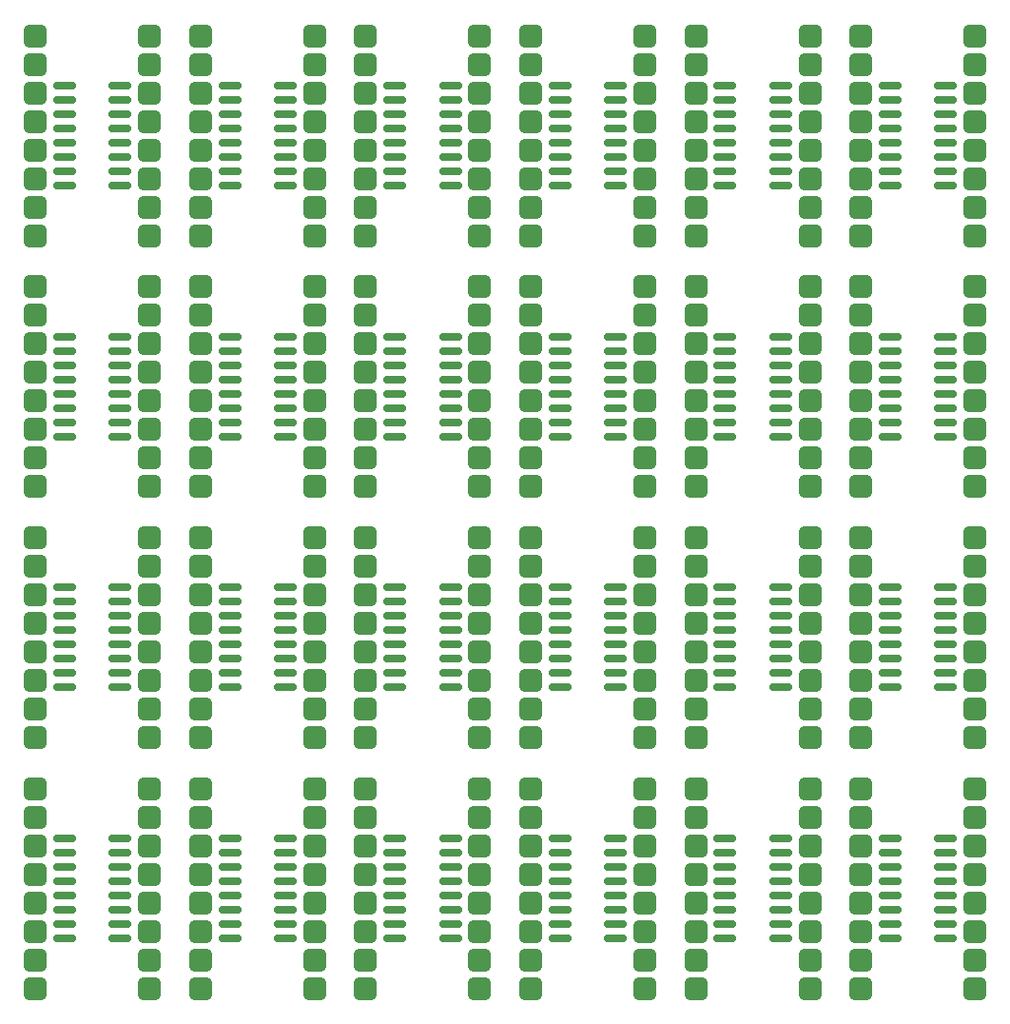
<source format=gbr>
%TF.GenerationSoftware,KiCad,Pcbnew,7.0.10-7.0.10~ubuntu22.04.1*%
%TF.CreationDate,2024-02-06T07:03:25+01:00*%
%TF.ProjectId,ManhattanPanels-SOIC16,4d616e68-6174-4746-916e-50616e656c73,rev?*%
%TF.SameCoordinates,Original*%
%TF.FileFunction,Paste,Top*%
%TF.FilePolarity,Positive*%
%FSLAX46Y46*%
G04 Gerber Fmt 4.6, Leading zero omitted, Abs format (unit mm)*
G04 Created by KiCad (PCBNEW 7.0.10-7.0.10~ubuntu22.04.1) date 2024-02-06 07:03:25*
%MOMM*%
%LPD*%
G01*
G04 APERTURE LIST*
G04 Aperture macros list*
%AMRoundRect*
0 Rectangle with rounded corners*
0 $1 Rounding radius*
0 $2 $3 $4 $5 $6 $7 $8 $9 X,Y pos of 4 corners*
0 Add a 4 corners polygon primitive as box body*
4,1,4,$2,$3,$4,$5,$6,$7,$8,$9,$2,$3,0*
0 Add four circle primitives for the rounded corners*
1,1,$1+$1,$2,$3*
1,1,$1+$1,$4,$5*
1,1,$1+$1,$6,$7*
1,1,$1+$1,$8,$9*
0 Add four rect primitives between the rounded corners*
20,1,$1+$1,$2,$3,$4,$5,0*
20,1,$1+$1,$4,$5,$6,$7,0*
20,1,$1+$1,$6,$7,$8,$9,0*
20,1,$1+$1,$8,$9,$2,$3,0*%
G04 Aperture macros list end*
%ADD10RoundRect,0.400000X-0.600000X-0.600000X0.600000X-0.600000X0.600000X0.600000X-0.600000X0.600000X0*%
%ADD11RoundRect,0.150000X-0.825000X-0.150000X0.825000X-0.150000X0.825000X0.150000X-0.825000X0.150000X0*%
G04 APERTURE END LIST*
D10*
%TO.C,J1*%
X121370000Y-27270000D03*
%TD*%
%TO.C,J5*%
X136070000Y-37430000D03*
%TD*%
%TO.C,J9*%
X116830000Y-45050000D03*
%TD*%
%TO.C,J6*%
X165470000Y-106930000D03*
%TD*%
%TO.C,J11*%
X175630000Y-57210000D03*
%TD*%
%TO.C,J11*%
X190330000Y-34890000D03*
%TD*%
%TO.C,J5*%
X150770000Y-37430000D03*
%TD*%
%TO.C,J1*%
X106670000Y-27270000D03*
%TD*%
D11*
%TO.C,U1*%
X109275000Y-76355000D03*
X109275000Y-77625000D03*
X109275000Y-78895000D03*
X109275000Y-80165000D03*
X109275000Y-81435000D03*
X109275000Y-82705000D03*
X109275000Y-83975000D03*
X109275000Y-85245000D03*
X114225000Y-85245000D03*
X114225000Y-83975000D03*
X114225000Y-82705000D03*
X114225000Y-81435000D03*
X114225000Y-80165000D03*
X114225000Y-78895000D03*
X114225000Y-77625000D03*
X114225000Y-76355000D03*
%TD*%
D10*
%TO.C,J8*%
X121370000Y-42510000D03*
%TD*%
%TO.C,J15*%
X116830000Y-52130000D03*
%TD*%
%TO.C,J1*%
X150770000Y-27270000D03*
%TD*%
%TO.C,J3*%
X180170000Y-32350000D03*
%TD*%
%TO.C,J14*%
X190330000Y-27270000D03*
%TD*%
%TO.C,J11*%
X116830000Y-79530000D03*
%TD*%
%TO.C,J7*%
X150770000Y-45050000D03*
%TD*%
%TO.C,J10*%
X175630000Y-87150000D03*
%TD*%
%TO.C,J4*%
X180170000Y-101850000D03*
%TD*%
%TO.C,J8*%
X180170000Y-87150000D03*
%TD*%
%TO.C,J2*%
X165470000Y-96770000D03*
%TD*%
%TO.C,J11*%
X146230000Y-101850000D03*
%TD*%
%TO.C,J14*%
X131530000Y-71910000D03*
%TD*%
%TO.C,J12*%
X146230000Y-37430000D03*
%TD*%
%TO.C,J13*%
X175630000Y-106930000D03*
%TD*%
%TO.C,J7*%
X121370000Y-89690000D03*
%TD*%
%TO.C,J8*%
X136070000Y-42510000D03*
%TD*%
%TO.C,J2*%
X136070000Y-74450000D03*
%TD*%
%TO.C,J13*%
X131530000Y-62290000D03*
%TD*%
%TO.C,J14*%
X190330000Y-49590000D03*
%TD*%
%TO.C,J15*%
X160930000Y-52130000D03*
%TD*%
%TO.C,J13*%
X116830000Y-106930000D03*
%TD*%
%TO.C,J10*%
X146230000Y-109470000D03*
%TD*%
%TO.C,J15*%
X190330000Y-29810000D03*
%TD*%
%TO.C,J7*%
X150770000Y-112010000D03*
%TD*%
%TO.C,J15*%
X116830000Y-96770000D03*
%TD*%
%TO.C,J9*%
X175630000Y-112010000D03*
%TD*%
%TO.C,J6*%
X180170000Y-106930000D03*
%TD*%
%TO.C,J5*%
X150770000Y-104390000D03*
%TD*%
%TO.C,J3*%
X136070000Y-32350000D03*
%TD*%
%TO.C,J8*%
X150770000Y-64830000D03*
%TD*%
%TO.C,J5*%
X121370000Y-37430000D03*
%TD*%
%TO.C,J8*%
X136070000Y-109470000D03*
%TD*%
%TO.C,J12*%
X160930000Y-37430000D03*
%TD*%
%TO.C,J2*%
X121370000Y-29810000D03*
%TD*%
%TO.C,J1*%
X121370000Y-94230000D03*
%TD*%
%TO.C,J14*%
X146230000Y-27270000D03*
%TD*%
%TO.C,J13*%
X116830000Y-84610000D03*
%TD*%
%TO.C,J11*%
X190330000Y-79530000D03*
%TD*%
%TO.C,J9*%
X116830000Y-67370000D03*
%TD*%
%TO.C,J6*%
X106670000Y-84610000D03*
%TD*%
%TO.C,J3*%
X165470000Y-32350000D03*
%TD*%
%TO.C,J11*%
X131530000Y-79530000D03*
%TD*%
D11*
%TO.C,U1*%
X123975000Y-76355000D03*
X123975000Y-77625000D03*
X123975000Y-78895000D03*
X123975000Y-80165000D03*
X123975000Y-81435000D03*
X123975000Y-82705000D03*
X123975000Y-83975000D03*
X123975000Y-85245000D03*
X128925000Y-85245000D03*
X128925000Y-83975000D03*
X128925000Y-82705000D03*
X128925000Y-81435000D03*
X128925000Y-80165000D03*
X128925000Y-78895000D03*
X128925000Y-77625000D03*
X128925000Y-76355000D03*
%TD*%
D10*
%TO.C,J8*%
X165470000Y-42510000D03*
%TD*%
%TO.C,J1*%
X165470000Y-71910000D03*
%TD*%
%TO.C,J1*%
X150770000Y-71910000D03*
%TD*%
%TO.C,J10*%
X190330000Y-87150000D03*
%TD*%
%TO.C,J6*%
X150770000Y-84610000D03*
%TD*%
%TO.C,J2*%
X136070000Y-52130000D03*
%TD*%
%TO.C,J9*%
X190330000Y-67370000D03*
%TD*%
%TO.C,J4*%
X165470000Y-34890000D03*
%TD*%
%TO.C,J4*%
X136070000Y-57210000D03*
%TD*%
%TO.C,J13*%
X116830000Y-39970000D03*
%TD*%
%TO.C,J5*%
X106670000Y-37430000D03*
%TD*%
%TO.C,J3*%
X106670000Y-54670000D03*
%TD*%
%TO.C,J3*%
X165470000Y-76990000D03*
%TD*%
%TO.C,J1*%
X180170000Y-71910000D03*
%TD*%
%TO.C,J6*%
X150770000Y-62290000D03*
%TD*%
%TO.C,J13*%
X190330000Y-84610000D03*
%TD*%
%TO.C,J9*%
X190330000Y-45050000D03*
%TD*%
%TO.C,J16*%
X116830000Y-99310000D03*
%TD*%
%TO.C,J3*%
X150770000Y-54670000D03*
%TD*%
%TO.C,J11*%
X116830000Y-101850000D03*
%TD*%
D11*
%TO.C,U1*%
X123975000Y-31715000D03*
X123975000Y-32985000D03*
X123975000Y-34255000D03*
X123975000Y-35525000D03*
X123975000Y-36795000D03*
X123975000Y-38065000D03*
X123975000Y-39335000D03*
X123975000Y-40605000D03*
X128925000Y-40605000D03*
X128925000Y-39335000D03*
X128925000Y-38065000D03*
X128925000Y-36795000D03*
X128925000Y-35525000D03*
X128925000Y-34255000D03*
X128925000Y-32985000D03*
X128925000Y-31715000D03*
%TD*%
D10*
%TO.C,J4*%
X106670000Y-101850000D03*
%TD*%
%TO.C,J2*%
X150770000Y-74450000D03*
%TD*%
%TO.C,J16*%
X160930000Y-76990000D03*
%TD*%
%TO.C,J1*%
X150770000Y-94230000D03*
%TD*%
D11*
%TO.C,U1*%
X182775000Y-76355000D03*
X182775000Y-77625000D03*
X182775000Y-78895000D03*
X182775000Y-80165000D03*
X182775000Y-81435000D03*
X182775000Y-82705000D03*
X182775000Y-83975000D03*
X182775000Y-85245000D03*
X187725000Y-85245000D03*
X187725000Y-83975000D03*
X187725000Y-82705000D03*
X187725000Y-81435000D03*
X187725000Y-80165000D03*
X187725000Y-78895000D03*
X187725000Y-77625000D03*
X187725000Y-76355000D03*
%TD*%
D10*
%TO.C,J16*%
X146230000Y-32350000D03*
%TD*%
%TO.C,J3*%
X180170000Y-76990000D03*
%TD*%
%TO.C,J2*%
X121370000Y-74450000D03*
%TD*%
%TO.C,J15*%
X175630000Y-96770000D03*
%TD*%
%TO.C,J9*%
X190330000Y-89690000D03*
%TD*%
%TO.C,J2*%
X150770000Y-29810000D03*
%TD*%
%TO.C,J16*%
X131530000Y-76990000D03*
%TD*%
%TO.C,J15*%
X116830000Y-74450000D03*
%TD*%
%TO.C,J14*%
X116830000Y-27270000D03*
%TD*%
%TO.C,J10*%
X131530000Y-42510000D03*
%TD*%
%TO.C,J2*%
X180170000Y-29810000D03*
%TD*%
%TO.C,J2*%
X106670000Y-74450000D03*
%TD*%
%TO.C,J7*%
X165470000Y-45050000D03*
%TD*%
%TO.C,J7*%
X121370000Y-67370000D03*
%TD*%
%TO.C,J12*%
X146230000Y-59750000D03*
%TD*%
%TO.C,J7*%
X180170000Y-67370000D03*
%TD*%
%TO.C,J5*%
X136070000Y-104390000D03*
%TD*%
%TO.C,J15*%
X116830000Y-29810000D03*
%TD*%
%TO.C,J5*%
X121370000Y-82070000D03*
%TD*%
D11*
%TO.C,U1*%
X138675000Y-98675000D03*
X138675000Y-99945000D03*
X138675000Y-101215000D03*
X138675000Y-102485000D03*
X138675000Y-103755000D03*
X138675000Y-105025000D03*
X138675000Y-106295000D03*
X138675000Y-107565000D03*
X143625000Y-107565000D03*
X143625000Y-106295000D03*
X143625000Y-105025000D03*
X143625000Y-103755000D03*
X143625000Y-102485000D03*
X143625000Y-101215000D03*
X143625000Y-99945000D03*
X143625000Y-98675000D03*
%TD*%
D10*
%TO.C,J16*%
X190330000Y-99310000D03*
%TD*%
%TO.C,J11*%
X160930000Y-101850000D03*
%TD*%
%TO.C,J2*%
X180170000Y-74450000D03*
%TD*%
%TO.C,J14*%
X131530000Y-27270000D03*
%TD*%
%TO.C,J7*%
X136070000Y-67370000D03*
%TD*%
%TO.C,J10*%
X131530000Y-109470000D03*
%TD*%
%TO.C,J16*%
X175630000Y-76990000D03*
%TD*%
%TO.C,J16*%
X116830000Y-76990000D03*
%TD*%
%TO.C,J13*%
X175630000Y-84610000D03*
%TD*%
%TO.C,J15*%
X160930000Y-29810000D03*
%TD*%
%TO.C,J8*%
X180170000Y-64830000D03*
%TD*%
%TO.C,J4*%
X136070000Y-101850000D03*
%TD*%
%TO.C,J6*%
X165470000Y-84610000D03*
%TD*%
D11*
%TO.C,U1*%
X109275000Y-98675000D03*
X109275000Y-99945000D03*
X109275000Y-101215000D03*
X109275000Y-102485000D03*
X109275000Y-103755000D03*
X109275000Y-105025000D03*
X109275000Y-106295000D03*
X109275000Y-107565000D03*
X114225000Y-107565000D03*
X114225000Y-106295000D03*
X114225000Y-105025000D03*
X114225000Y-103755000D03*
X114225000Y-102485000D03*
X114225000Y-101215000D03*
X114225000Y-99945000D03*
X114225000Y-98675000D03*
%TD*%
D10*
%TO.C,J1*%
X106670000Y-49590000D03*
%TD*%
%TO.C,J14*%
X175630000Y-71910000D03*
%TD*%
%TO.C,J15*%
X175630000Y-29810000D03*
%TD*%
%TO.C,J5*%
X150770000Y-82070000D03*
%TD*%
%TO.C,J12*%
X160930000Y-82070000D03*
%TD*%
%TO.C,J7*%
X106670000Y-112010000D03*
%TD*%
%TO.C,J16*%
X175630000Y-99310000D03*
%TD*%
%TO.C,J16*%
X146230000Y-76990000D03*
%TD*%
%TO.C,J3*%
X106670000Y-76990000D03*
%TD*%
%TO.C,J9*%
X160930000Y-89690000D03*
%TD*%
%TO.C,J16*%
X146230000Y-99310000D03*
%TD*%
%TO.C,J4*%
X106670000Y-79530000D03*
%TD*%
%TO.C,J6*%
X106670000Y-106930000D03*
%TD*%
%TO.C,J4*%
X121370000Y-101850000D03*
%TD*%
%TO.C,J3*%
X121370000Y-76990000D03*
%TD*%
%TO.C,J4*%
X165470000Y-101850000D03*
%TD*%
%TO.C,J16*%
X131530000Y-54670000D03*
%TD*%
%TO.C,J11*%
X160930000Y-57210000D03*
%TD*%
%TO.C,J1*%
X180170000Y-49590000D03*
%TD*%
%TO.C,J10*%
X190330000Y-109470000D03*
%TD*%
%TO.C,J3*%
X136070000Y-54670000D03*
%TD*%
%TO.C,J6*%
X136070000Y-84610000D03*
%TD*%
%TO.C,J15*%
X190330000Y-96770000D03*
%TD*%
%TO.C,J1*%
X121370000Y-49590000D03*
%TD*%
%TO.C,J14*%
X116830000Y-49590000D03*
%TD*%
%TO.C,J10*%
X160930000Y-42510000D03*
%TD*%
%TO.C,J11*%
X131530000Y-101850000D03*
%TD*%
%TO.C,J12*%
X131530000Y-104390000D03*
%TD*%
%TO.C,J14*%
X175630000Y-27270000D03*
%TD*%
%TO.C,J11*%
X116830000Y-57210000D03*
%TD*%
%TO.C,J7*%
X136070000Y-45050000D03*
%TD*%
%TO.C,J14*%
X160930000Y-71910000D03*
%TD*%
%TO.C,J1*%
X180170000Y-94230000D03*
%TD*%
%TO.C,J10*%
X175630000Y-109470000D03*
%TD*%
%TO.C,J12*%
X175630000Y-37430000D03*
%TD*%
%TO.C,J3*%
X150770000Y-99310000D03*
%TD*%
%TO.C,J8*%
X106670000Y-42510000D03*
%TD*%
%TO.C,J3*%
X150770000Y-32350000D03*
%TD*%
%TO.C,J6*%
X150770000Y-106930000D03*
%TD*%
%TO.C,J9*%
X146230000Y-89690000D03*
%TD*%
%TO.C,J10*%
X160930000Y-109470000D03*
%TD*%
%TO.C,J11*%
X190330000Y-101850000D03*
%TD*%
%TO.C,J9*%
X175630000Y-89690000D03*
%TD*%
%TO.C,J13*%
X175630000Y-39970000D03*
%TD*%
%TO.C,J10*%
X146230000Y-87150000D03*
%TD*%
%TO.C,J11*%
X175630000Y-101850000D03*
%TD*%
%TO.C,J4*%
X150770000Y-57210000D03*
%TD*%
%TO.C,J9*%
X146230000Y-112010000D03*
%TD*%
%TO.C,J10*%
X116830000Y-42510000D03*
%TD*%
%TO.C,J5*%
X150770000Y-59750000D03*
%TD*%
%TO.C,J11*%
X175630000Y-79530000D03*
%TD*%
%TO.C,J6*%
X121370000Y-84610000D03*
%TD*%
%TO.C,J7*%
X180170000Y-45050000D03*
%TD*%
%TO.C,J5*%
X121370000Y-104390000D03*
%TD*%
%TO.C,J7*%
X106670000Y-45050000D03*
%TD*%
%TO.C,J4*%
X106670000Y-57210000D03*
%TD*%
%TO.C,J10*%
X131530000Y-87150000D03*
%TD*%
%TO.C,J10*%
X190330000Y-64830000D03*
%TD*%
%TO.C,J1*%
X150770000Y-49590000D03*
%TD*%
%TO.C,J7*%
X136070000Y-112010000D03*
%TD*%
%TO.C,J4*%
X165470000Y-79530000D03*
%TD*%
%TO.C,J2*%
X180170000Y-96770000D03*
%TD*%
%TO.C,J15*%
X160930000Y-96770000D03*
%TD*%
%TO.C,J13*%
X146230000Y-106930000D03*
%TD*%
%TO.C,J12*%
X116830000Y-82070000D03*
%TD*%
%TO.C,J13*%
X190330000Y-62290000D03*
%TD*%
%TO.C,J8*%
X150770000Y-42510000D03*
%TD*%
%TO.C,J5*%
X106670000Y-82070000D03*
%TD*%
%TO.C,J1*%
X136070000Y-71910000D03*
%TD*%
%TO.C,J10*%
X175630000Y-64830000D03*
%TD*%
%TO.C,J12*%
X160930000Y-59750000D03*
%TD*%
%TO.C,J16*%
X190330000Y-76990000D03*
%TD*%
%TO.C,J2*%
X106670000Y-96770000D03*
%TD*%
D11*
%TO.C,U1*%
X153375000Y-76355000D03*
X153375000Y-77625000D03*
X153375000Y-78895000D03*
X153375000Y-80165000D03*
X153375000Y-81435000D03*
X153375000Y-82705000D03*
X153375000Y-83975000D03*
X153375000Y-85245000D03*
X158325000Y-85245000D03*
X158325000Y-83975000D03*
X158325000Y-82705000D03*
X158325000Y-81435000D03*
X158325000Y-80165000D03*
X158325000Y-78895000D03*
X158325000Y-77625000D03*
X158325000Y-76355000D03*
%TD*%
%TO.C,U1*%
X138675000Y-76355000D03*
X138675000Y-77625000D03*
X138675000Y-78895000D03*
X138675000Y-80165000D03*
X138675000Y-81435000D03*
X138675000Y-82705000D03*
X138675000Y-83975000D03*
X138675000Y-85245000D03*
X143625000Y-85245000D03*
X143625000Y-83975000D03*
X143625000Y-82705000D03*
X143625000Y-81435000D03*
X143625000Y-80165000D03*
X143625000Y-78895000D03*
X143625000Y-77625000D03*
X143625000Y-76355000D03*
%TD*%
D10*
%TO.C,J2*%
X165470000Y-52130000D03*
%TD*%
%TO.C,J3*%
X150770000Y-76990000D03*
%TD*%
%TO.C,J12*%
X116830000Y-104390000D03*
%TD*%
%TO.C,J2*%
X106670000Y-52130000D03*
%TD*%
%TO.C,J4*%
X121370000Y-57210000D03*
%TD*%
%TO.C,J6*%
X180170000Y-39970000D03*
%TD*%
D11*
%TO.C,U1*%
X153375000Y-54035000D03*
X153375000Y-55305000D03*
X153375000Y-56575000D03*
X153375000Y-57845000D03*
X153375000Y-59115000D03*
X153375000Y-60385000D03*
X153375000Y-61655000D03*
X153375000Y-62925000D03*
X158325000Y-62925000D03*
X158325000Y-61655000D03*
X158325000Y-60385000D03*
X158325000Y-59115000D03*
X158325000Y-57845000D03*
X158325000Y-56575000D03*
X158325000Y-55305000D03*
X158325000Y-54035000D03*
%TD*%
D10*
%TO.C,J5*%
X165470000Y-37430000D03*
%TD*%
D11*
%TO.C,U1*%
X168075000Y-54035000D03*
X168075000Y-55305000D03*
X168075000Y-56575000D03*
X168075000Y-57845000D03*
X168075000Y-59115000D03*
X168075000Y-60385000D03*
X168075000Y-61655000D03*
X168075000Y-62925000D03*
X173025000Y-62925000D03*
X173025000Y-61655000D03*
X173025000Y-60385000D03*
X173025000Y-59115000D03*
X173025000Y-57845000D03*
X173025000Y-56575000D03*
X173025000Y-55305000D03*
X173025000Y-54035000D03*
%TD*%
D10*
%TO.C,J6*%
X136070000Y-106930000D03*
%TD*%
%TO.C,J4*%
X121370000Y-79530000D03*
%TD*%
%TO.C,J6*%
X136070000Y-62290000D03*
%TD*%
%TO.C,J16*%
X131530000Y-32350000D03*
%TD*%
%TO.C,J5*%
X165470000Y-59750000D03*
%TD*%
%TO.C,J8*%
X136070000Y-64830000D03*
%TD*%
%TO.C,J14*%
X160930000Y-49590000D03*
%TD*%
%TO.C,J1*%
X106670000Y-71910000D03*
%TD*%
%TO.C,J8*%
X165470000Y-64830000D03*
%TD*%
%TO.C,J12*%
X175630000Y-82070000D03*
%TD*%
%TO.C,J4*%
X106670000Y-34890000D03*
%TD*%
%TO.C,J2*%
X165470000Y-29810000D03*
%TD*%
%TO.C,J1*%
X106670000Y-94230000D03*
%TD*%
%TO.C,J15*%
X175630000Y-52130000D03*
%TD*%
%TO.C,J15*%
X131530000Y-96770000D03*
%TD*%
%TO.C,J11*%
X131530000Y-34890000D03*
%TD*%
%TO.C,J12*%
X190330000Y-104390000D03*
%TD*%
%TO.C,J3*%
X106670000Y-99310000D03*
%TD*%
%TO.C,J12*%
X175630000Y-59750000D03*
%TD*%
%TO.C,J7*%
X165470000Y-112010000D03*
%TD*%
%TO.C,J15*%
X175630000Y-74450000D03*
%TD*%
%TO.C,J8*%
X150770000Y-109470000D03*
%TD*%
%TO.C,J10*%
X116830000Y-87150000D03*
%TD*%
%TO.C,J7*%
X165470000Y-89690000D03*
%TD*%
%TO.C,J8*%
X106670000Y-109470000D03*
%TD*%
%TO.C,J11*%
X146230000Y-34890000D03*
%TD*%
%TO.C,J8*%
X180170000Y-109470000D03*
%TD*%
%TO.C,J7*%
X150770000Y-89690000D03*
%TD*%
%TO.C,J13*%
X160930000Y-106930000D03*
%TD*%
D11*
%TO.C,U1*%
X182775000Y-54035000D03*
X182775000Y-55305000D03*
X182775000Y-56575000D03*
X182775000Y-57845000D03*
X182775000Y-59115000D03*
X182775000Y-60385000D03*
X182775000Y-61655000D03*
X182775000Y-62925000D03*
X187725000Y-62925000D03*
X187725000Y-61655000D03*
X187725000Y-60385000D03*
X187725000Y-59115000D03*
X187725000Y-57845000D03*
X187725000Y-56575000D03*
X187725000Y-55305000D03*
X187725000Y-54035000D03*
%TD*%
D10*
%TO.C,J15*%
X146230000Y-52130000D03*
%TD*%
%TO.C,J9*%
X131530000Y-67370000D03*
%TD*%
%TO.C,J3*%
X180170000Y-54670000D03*
%TD*%
%TO.C,J8*%
X106670000Y-87150000D03*
%TD*%
%TO.C,J14*%
X190330000Y-94230000D03*
%TD*%
%TO.C,J9*%
X160930000Y-112010000D03*
%TD*%
%TO.C,J16*%
X160930000Y-54670000D03*
%TD*%
%TO.C,J12*%
X131530000Y-37430000D03*
%TD*%
D11*
%TO.C,U1*%
X168075000Y-31715000D03*
X168075000Y-32985000D03*
X168075000Y-34255000D03*
X168075000Y-35525000D03*
X168075000Y-36795000D03*
X168075000Y-38065000D03*
X168075000Y-39335000D03*
X168075000Y-40605000D03*
X173025000Y-40605000D03*
X173025000Y-39335000D03*
X173025000Y-38065000D03*
X173025000Y-36795000D03*
X173025000Y-35525000D03*
X173025000Y-34255000D03*
X173025000Y-32985000D03*
X173025000Y-31715000D03*
%TD*%
D10*
%TO.C,J8*%
X136070000Y-87150000D03*
%TD*%
%TO.C,J15*%
X146230000Y-96770000D03*
%TD*%
%TO.C,J15*%
X160930000Y-74450000D03*
%TD*%
%TO.C,J14*%
X116830000Y-71910000D03*
%TD*%
%TO.C,J3*%
X121370000Y-54670000D03*
%TD*%
%TO.C,J15*%
X131530000Y-74450000D03*
%TD*%
%TO.C,J12*%
X116830000Y-37430000D03*
%TD*%
%TO.C,J12*%
X146230000Y-104390000D03*
%TD*%
%TO.C,J14*%
X160930000Y-27270000D03*
%TD*%
%TO.C,J6*%
X165470000Y-62290000D03*
%TD*%
%TO.C,J14*%
X175630000Y-49590000D03*
%TD*%
%TO.C,J9*%
X175630000Y-45050000D03*
%TD*%
%TO.C,J5*%
X165470000Y-104390000D03*
%TD*%
%TO.C,J13*%
X160930000Y-39970000D03*
%TD*%
%TO.C,J13*%
X131530000Y-39970000D03*
%TD*%
%TO.C,J5*%
X106670000Y-104390000D03*
%TD*%
%TO.C,J13*%
X116830000Y-62290000D03*
%TD*%
%TO.C,J10*%
X190330000Y-42510000D03*
%TD*%
%TO.C,J14*%
X146230000Y-94230000D03*
%TD*%
%TO.C,J1*%
X180170000Y-27270000D03*
%TD*%
%TO.C,J12*%
X190330000Y-37430000D03*
%TD*%
%TO.C,J2*%
X150770000Y-52130000D03*
%TD*%
%TO.C,J11*%
X175630000Y-34890000D03*
%TD*%
%TO.C,J6*%
X121370000Y-39970000D03*
%TD*%
%TO.C,J1*%
X121370000Y-71910000D03*
%TD*%
%TO.C,J2*%
X165470000Y-74450000D03*
%TD*%
%TO.C,J9*%
X116830000Y-112010000D03*
%TD*%
%TO.C,J5*%
X121370000Y-59750000D03*
%TD*%
%TO.C,J8*%
X121370000Y-87150000D03*
%TD*%
%TO.C,J9*%
X146230000Y-45050000D03*
%TD*%
%TO.C,J2*%
X180170000Y-52130000D03*
%TD*%
D11*
%TO.C,U1*%
X109275000Y-31715000D03*
X109275000Y-32985000D03*
X109275000Y-34255000D03*
X109275000Y-35525000D03*
X109275000Y-36795000D03*
X109275000Y-38065000D03*
X109275000Y-39335000D03*
X109275000Y-40605000D03*
X114225000Y-40605000D03*
X114225000Y-39335000D03*
X114225000Y-38065000D03*
X114225000Y-36795000D03*
X114225000Y-35525000D03*
X114225000Y-34255000D03*
X114225000Y-32985000D03*
X114225000Y-31715000D03*
%TD*%
D10*
%TO.C,J5*%
X106670000Y-59750000D03*
%TD*%
%TO.C,J11*%
X190330000Y-57210000D03*
%TD*%
%TO.C,J12*%
X116830000Y-59750000D03*
%TD*%
%TO.C,J4*%
X136070000Y-79530000D03*
%TD*%
%TO.C,J13*%
X131530000Y-84610000D03*
%TD*%
%TO.C,J12*%
X160930000Y-104390000D03*
%TD*%
%TO.C,J16*%
X116830000Y-54670000D03*
%TD*%
%TO.C,J10*%
X116830000Y-64830000D03*
%TD*%
%TO.C,J15*%
X190330000Y-74450000D03*
%TD*%
D11*
%TO.C,U1*%
X182775000Y-98675000D03*
X182775000Y-99945000D03*
X182775000Y-101215000D03*
X182775000Y-102485000D03*
X182775000Y-103755000D03*
X182775000Y-105025000D03*
X182775000Y-106295000D03*
X182775000Y-107565000D03*
X187725000Y-107565000D03*
X187725000Y-106295000D03*
X187725000Y-105025000D03*
X187725000Y-103755000D03*
X187725000Y-102485000D03*
X187725000Y-101215000D03*
X187725000Y-99945000D03*
X187725000Y-98675000D03*
%TD*%
D10*
%TO.C,J9*%
X146230000Y-67370000D03*
%TD*%
%TO.C,J3*%
X180170000Y-99310000D03*
%TD*%
%TO.C,J2*%
X136070000Y-29810000D03*
%TD*%
%TO.C,J11*%
X131530000Y-57210000D03*
%TD*%
%TO.C,J10*%
X131530000Y-64830000D03*
%TD*%
%TO.C,J11*%
X146230000Y-79530000D03*
%TD*%
%TO.C,J16*%
X116830000Y-32350000D03*
%TD*%
%TO.C,J1*%
X136070000Y-94230000D03*
%TD*%
%TO.C,J4*%
X180170000Y-79530000D03*
%TD*%
%TO.C,J6*%
X150770000Y-39970000D03*
%TD*%
%TO.C,J9*%
X131530000Y-112010000D03*
%TD*%
%TO.C,J2*%
X121370000Y-96770000D03*
%TD*%
%TO.C,J13*%
X160930000Y-84610000D03*
%TD*%
%TO.C,J6*%
X180170000Y-84610000D03*
%TD*%
D11*
%TO.C,U1*%
X123975000Y-54035000D03*
X123975000Y-55305000D03*
X123975000Y-56575000D03*
X123975000Y-57845000D03*
X123975000Y-59115000D03*
X123975000Y-60385000D03*
X123975000Y-61655000D03*
X123975000Y-62925000D03*
X128925000Y-62925000D03*
X128925000Y-61655000D03*
X128925000Y-60385000D03*
X128925000Y-59115000D03*
X128925000Y-57845000D03*
X128925000Y-56575000D03*
X128925000Y-55305000D03*
X128925000Y-54035000D03*
%TD*%
D10*
%TO.C,J9*%
X131530000Y-45050000D03*
%TD*%
%TO.C,J12*%
X146230000Y-82070000D03*
%TD*%
D11*
%TO.C,U1*%
X138675000Y-31715000D03*
X138675000Y-32985000D03*
X138675000Y-34255000D03*
X138675000Y-35525000D03*
X138675000Y-36795000D03*
X138675000Y-38065000D03*
X138675000Y-39335000D03*
X138675000Y-40605000D03*
X143625000Y-40605000D03*
X143625000Y-39335000D03*
X143625000Y-38065000D03*
X143625000Y-36795000D03*
X143625000Y-35525000D03*
X143625000Y-34255000D03*
X143625000Y-32985000D03*
X143625000Y-31715000D03*
%TD*%
D10*
%TO.C,J13*%
X190330000Y-39970000D03*
%TD*%
%TO.C,J7*%
X150770000Y-67370000D03*
%TD*%
%TO.C,J14*%
X160930000Y-94230000D03*
%TD*%
%TO.C,J7*%
X180170000Y-89690000D03*
%TD*%
%TO.C,J10*%
X160930000Y-87150000D03*
%TD*%
%TO.C,J16*%
X146230000Y-54670000D03*
%TD*%
%TO.C,J14*%
X131530000Y-49590000D03*
%TD*%
%TO.C,J8*%
X165470000Y-87150000D03*
%TD*%
%TO.C,J7*%
X106670000Y-67370000D03*
%TD*%
%TO.C,J2*%
X106670000Y-29810000D03*
%TD*%
%TO.C,J16*%
X160930000Y-32350000D03*
%TD*%
%TO.C,J1*%
X165470000Y-49590000D03*
%TD*%
%TO.C,J1*%
X136070000Y-27270000D03*
%TD*%
%TO.C,J9*%
X190330000Y-112010000D03*
%TD*%
%TO.C,J7*%
X180170000Y-112010000D03*
%TD*%
%TO.C,J10*%
X146230000Y-64830000D03*
%TD*%
%TO.C,J14*%
X146230000Y-49590000D03*
%TD*%
%TO.C,J16*%
X190330000Y-54670000D03*
%TD*%
%TO.C,J9*%
X131530000Y-89690000D03*
%TD*%
%TO.C,J6*%
X136070000Y-39970000D03*
%TD*%
%TO.C,J9*%
X116830000Y-89690000D03*
%TD*%
%TO.C,J4*%
X180170000Y-57210000D03*
%TD*%
%TO.C,J11*%
X116830000Y-34890000D03*
%TD*%
%TO.C,J2*%
X136070000Y-96770000D03*
%TD*%
%TO.C,J13*%
X190330000Y-106930000D03*
%TD*%
%TO.C,J4*%
X121370000Y-34890000D03*
%TD*%
%TO.C,J6*%
X180170000Y-62290000D03*
%TD*%
%TO.C,J9*%
X160930000Y-67370000D03*
%TD*%
%TO.C,J16*%
X131530000Y-99310000D03*
%TD*%
%TO.C,J13*%
X131530000Y-106930000D03*
%TD*%
%TO.C,J2*%
X150770000Y-96770000D03*
%TD*%
%TO.C,J5*%
X180170000Y-104390000D03*
%TD*%
%TO.C,J3*%
X165470000Y-54670000D03*
%TD*%
%TO.C,J11*%
X160930000Y-34890000D03*
%TD*%
%TO.C,J6*%
X106670000Y-62290000D03*
%TD*%
%TO.C,J1*%
X165470000Y-27270000D03*
%TD*%
%TO.C,J4*%
X180170000Y-34890000D03*
%TD*%
%TO.C,J12*%
X131530000Y-82070000D03*
%TD*%
%TO.C,J12*%
X190330000Y-82070000D03*
%TD*%
D11*
%TO.C,U1*%
X109275000Y-54035000D03*
X109275000Y-55305000D03*
X109275000Y-56575000D03*
X109275000Y-57845000D03*
X109275000Y-59115000D03*
X109275000Y-60385000D03*
X109275000Y-61655000D03*
X109275000Y-62925000D03*
X114225000Y-62925000D03*
X114225000Y-61655000D03*
X114225000Y-60385000D03*
X114225000Y-59115000D03*
X114225000Y-57845000D03*
X114225000Y-56575000D03*
X114225000Y-55305000D03*
X114225000Y-54035000D03*
%TD*%
D10*
%TO.C,J14*%
X146230000Y-71910000D03*
%TD*%
%TO.C,J14*%
X190330000Y-71910000D03*
%TD*%
%TO.C,J15*%
X146230000Y-29810000D03*
%TD*%
%TO.C,J2*%
X121370000Y-52130000D03*
%TD*%
%TO.C,J4*%
X150770000Y-79530000D03*
%TD*%
%TO.C,J3*%
X121370000Y-32350000D03*
%TD*%
%TO.C,J8*%
X180170000Y-42510000D03*
%TD*%
%TO.C,J4*%
X150770000Y-101850000D03*
%TD*%
%TO.C,J10*%
X146230000Y-42510000D03*
%TD*%
%TO.C,J10*%
X160930000Y-64830000D03*
%TD*%
D11*
%TO.C,U1*%
X153375000Y-31715000D03*
X153375000Y-32985000D03*
X153375000Y-34255000D03*
X153375000Y-35525000D03*
X153375000Y-36795000D03*
X153375000Y-38065000D03*
X153375000Y-39335000D03*
X153375000Y-40605000D03*
X158325000Y-40605000D03*
X158325000Y-39335000D03*
X158325000Y-38065000D03*
X158325000Y-36795000D03*
X158325000Y-35525000D03*
X158325000Y-34255000D03*
X158325000Y-32985000D03*
X158325000Y-31715000D03*
%TD*%
D10*
%TO.C,J7*%
X106670000Y-89690000D03*
%TD*%
%TO.C,J6*%
X165470000Y-39970000D03*
%TD*%
D11*
%TO.C,U1*%
X138675000Y-54035000D03*
X138675000Y-55305000D03*
X138675000Y-56575000D03*
X138675000Y-57845000D03*
X138675000Y-59115000D03*
X138675000Y-60385000D03*
X138675000Y-61655000D03*
X138675000Y-62925000D03*
X143625000Y-62925000D03*
X143625000Y-61655000D03*
X143625000Y-60385000D03*
X143625000Y-59115000D03*
X143625000Y-57845000D03*
X143625000Y-56575000D03*
X143625000Y-55305000D03*
X143625000Y-54035000D03*
%TD*%
D10*
%TO.C,J12*%
X175630000Y-104390000D03*
%TD*%
%TO.C,J5*%
X180170000Y-59750000D03*
%TD*%
%TO.C,J16*%
X175630000Y-32350000D03*
%TD*%
%TO.C,J5*%
X180170000Y-37430000D03*
%TD*%
%TO.C,J8*%
X106670000Y-64830000D03*
%TD*%
%TO.C,J7*%
X136070000Y-89690000D03*
%TD*%
D11*
%TO.C,U1*%
X168075000Y-76355000D03*
X168075000Y-77625000D03*
X168075000Y-78895000D03*
X168075000Y-80165000D03*
X168075000Y-81435000D03*
X168075000Y-82705000D03*
X168075000Y-83975000D03*
X168075000Y-85245000D03*
X173025000Y-85245000D03*
X173025000Y-83975000D03*
X173025000Y-82705000D03*
X173025000Y-81435000D03*
X173025000Y-80165000D03*
X173025000Y-78895000D03*
X173025000Y-77625000D03*
X173025000Y-76355000D03*
%TD*%
D10*
%TO.C,J3*%
X106670000Y-32350000D03*
%TD*%
%TO.C,J15*%
X131530000Y-29810000D03*
%TD*%
D11*
%TO.C,U1*%
X153375000Y-98675000D03*
X153375000Y-99945000D03*
X153375000Y-101215000D03*
X153375000Y-102485000D03*
X153375000Y-103755000D03*
X153375000Y-105025000D03*
X153375000Y-106295000D03*
X153375000Y-107565000D03*
X158325000Y-107565000D03*
X158325000Y-106295000D03*
X158325000Y-105025000D03*
X158325000Y-103755000D03*
X158325000Y-102485000D03*
X158325000Y-101215000D03*
X158325000Y-99945000D03*
X158325000Y-98675000D03*
%TD*%
D10*
%TO.C,J16*%
X160930000Y-99310000D03*
%TD*%
%TO.C,J16*%
X175630000Y-54670000D03*
%TD*%
%TO.C,J11*%
X160930000Y-79530000D03*
%TD*%
%TO.C,J3*%
X121370000Y-99310000D03*
%TD*%
%TO.C,J3*%
X165470000Y-99310000D03*
%TD*%
%TO.C,J12*%
X190330000Y-59750000D03*
%TD*%
%TO.C,J3*%
X136070000Y-99310000D03*
%TD*%
%TO.C,J5*%
X136070000Y-82070000D03*
%TD*%
%TO.C,J3*%
X136070000Y-76990000D03*
%TD*%
%TO.C,J8*%
X121370000Y-109470000D03*
%TD*%
%TO.C,J15*%
X131530000Y-52130000D03*
%TD*%
%TO.C,J6*%
X121370000Y-62290000D03*
%TD*%
%TO.C,J4*%
X165470000Y-57210000D03*
%TD*%
%TO.C,J7*%
X121370000Y-112010000D03*
%TD*%
%TO.C,J16*%
X190330000Y-32350000D03*
%TD*%
%TO.C,J1*%
X136070000Y-49590000D03*
%TD*%
D11*
%TO.C,U1*%
X168075000Y-98675000D03*
X168075000Y-99945000D03*
X168075000Y-101215000D03*
X168075000Y-102485000D03*
X168075000Y-103755000D03*
X168075000Y-105025000D03*
X168075000Y-106295000D03*
X168075000Y-107565000D03*
X173025000Y-107565000D03*
X173025000Y-106295000D03*
X173025000Y-105025000D03*
X173025000Y-103755000D03*
X173025000Y-102485000D03*
X173025000Y-101215000D03*
X173025000Y-99945000D03*
X173025000Y-98675000D03*
%TD*%
D10*
%TO.C,J5*%
X136070000Y-59750000D03*
%TD*%
D11*
%TO.C,U1*%
X123975000Y-98675000D03*
X123975000Y-99945000D03*
X123975000Y-101215000D03*
X123975000Y-102485000D03*
X123975000Y-103755000D03*
X123975000Y-105025000D03*
X123975000Y-106295000D03*
X123975000Y-107565000D03*
X128925000Y-107565000D03*
X128925000Y-106295000D03*
X128925000Y-105025000D03*
X128925000Y-103755000D03*
X128925000Y-102485000D03*
X128925000Y-101215000D03*
X128925000Y-99945000D03*
X128925000Y-98675000D03*
%TD*%
D10*
%TO.C,J5*%
X180170000Y-82070000D03*
%TD*%
%TO.C,J14*%
X175630000Y-94230000D03*
%TD*%
%TO.C,J15*%
X146230000Y-74450000D03*
%TD*%
%TO.C,J7*%
X165470000Y-67370000D03*
%TD*%
%TO.C,J7*%
X121370000Y-45050000D03*
%TD*%
%TO.C,J13*%
X160930000Y-62290000D03*
%TD*%
%TO.C,J10*%
X175630000Y-42510000D03*
%TD*%
%TO.C,J8*%
X165470000Y-109470000D03*
%TD*%
%TO.C,J4*%
X136070000Y-34890000D03*
%TD*%
%TO.C,J1*%
X165470000Y-94230000D03*
%TD*%
%TO.C,J8*%
X121370000Y-64830000D03*
%TD*%
%TO.C,J6*%
X106670000Y-39970000D03*
%TD*%
%TO.C,J13*%
X146230000Y-84610000D03*
%TD*%
%TO.C,J14*%
X116830000Y-94230000D03*
%TD*%
%TO.C,J8*%
X150770000Y-87150000D03*
%TD*%
%TO.C,J6*%
X121370000Y-106930000D03*
%TD*%
%TO.C,J4*%
X150770000Y-34890000D03*
%TD*%
%TO.C,J9*%
X175630000Y-67370000D03*
%TD*%
%TO.C,J12*%
X131530000Y-59750000D03*
%TD*%
D11*
%TO.C,U1*%
X182775000Y-31715000D03*
X182775000Y-32985000D03*
X182775000Y-34255000D03*
X182775000Y-35525000D03*
X182775000Y-36795000D03*
X182775000Y-38065000D03*
X182775000Y-39335000D03*
X182775000Y-40605000D03*
X187725000Y-40605000D03*
X187725000Y-39335000D03*
X187725000Y-38065000D03*
X187725000Y-36795000D03*
X187725000Y-35525000D03*
X187725000Y-34255000D03*
X187725000Y-32985000D03*
X187725000Y-31715000D03*
%TD*%
D10*
%TO.C,J10*%
X116830000Y-109470000D03*
%TD*%
%TO.C,J5*%
X165470000Y-82070000D03*
%TD*%
%TO.C,J9*%
X160930000Y-45050000D03*
%TD*%
%TO.C,J13*%
X146230000Y-39970000D03*
%TD*%
%TO.C,J14*%
X131530000Y-94230000D03*
%TD*%
%TO.C,J13*%
X175630000Y-62290000D03*
%TD*%
%TO.C,J11*%
X146230000Y-57210000D03*
%TD*%
%TO.C,J15*%
X190330000Y-52130000D03*
%TD*%
%TO.C,J13*%
X146230000Y-62290000D03*
%TD*%
M02*

</source>
